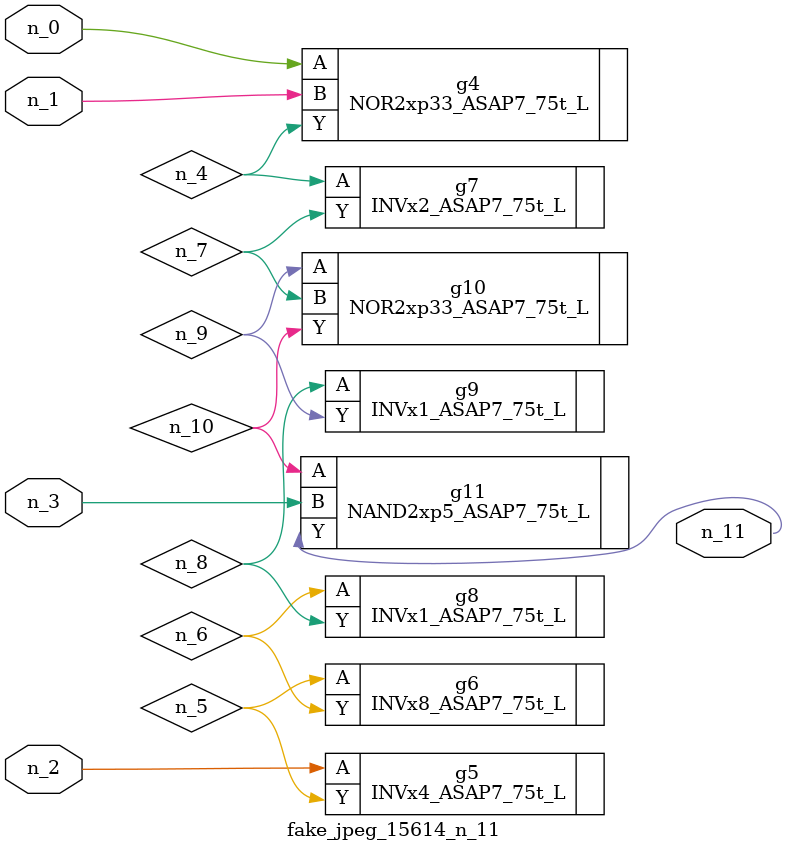
<source format=v>
module fake_jpeg_15614_n_11 (n_0, n_3, n_2, n_1, n_11);

input n_0;
input n_3;
input n_2;
input n_1;

output n_11;

wire n_10;
wire n_4;
wire n_8;
wire n_9;
wire n_6;
wire n_5;
wire n_7;

NOR2xp33_ASAP7_75t_L g4 ( 
.A(n_0),
.B(n_1),
.Y(n_4)
);

INVx4_ASAP7_75t_L g5 ( 
.A(n_2),
.Y(n_5)
);

INVx8_ASAP7_75t_L g6 ( 
.A(n_5),
.Y(n_6)
);

INVx1_ASAP7_75t_L g8 ( 
.A(n_6),
.Y(n_8)
);

INVx2_ASAP7_75t_L g7 ( 
.A(n_4),
.Y(n_7)
);

INVx1_ASAP7_75t_L g9 ( 
.A(n_8),
.Y(n_9)
);

NOR2xp33_ASAP7_75t_L g10 ( 
.A(n_9),
.B(n_7),
.Y(n_10)
);

NAND2xp5_ASAP7_75t_L g11 ( 
.A(n_10),
.B(n_3),
.Y(n_11)
);


endmodule
</source>
